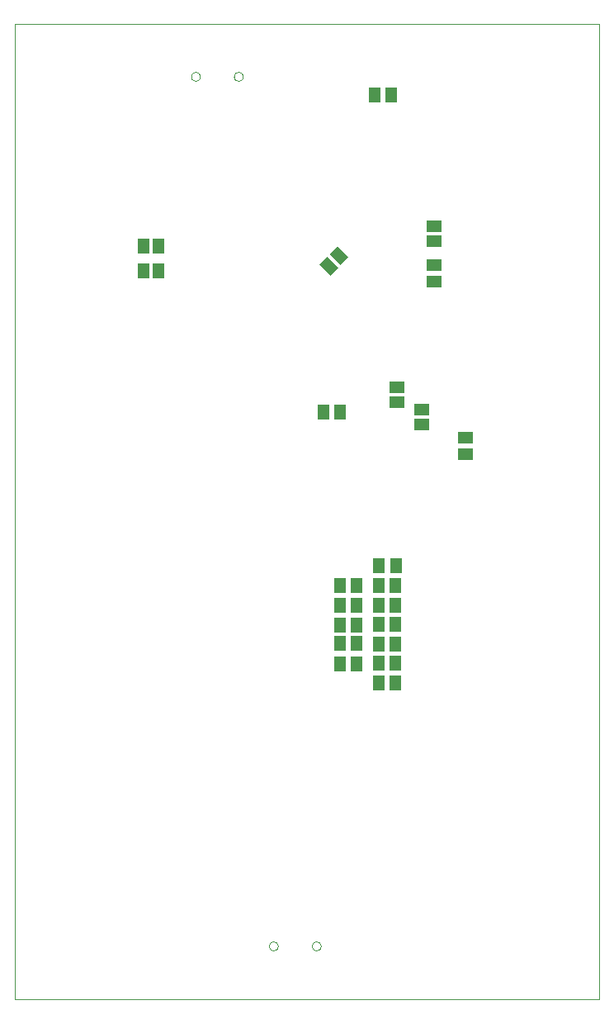
<source format=gbp>
G75*
%MOIN*%
%OFA0B0*%
%FSLAX24Y24*%
%IPPOS*%
%LPD*%
%AMOC8*
5,1,8,0,0,1.08239X$1,22.5*
%
%ADD10C,0.0000*%
%ADD11R,0.0512X0.0591*%
%ADD12R,0.0630X0.0460*%
%ADD13R,0.0591X0.0512*%
%ADD14R,0.0460X0.0630*%
D10*
X000692Y001990D02*
X000692Y041360D01*
X024314Y041360D01*
X024314Y001990D01*
X000692Y001990D01*
X010968Y004155D02*
X010970Y004181D01*
X010976Y004207D01*
X010986Y004232D01*
X010999Y004255D01*
X011015Y004275D01*
X011035Y004293D01*
X011057Y004308D01*
X011080Y004320D01*
X011106Y004328D01*
X011132Y004332D01*
X011158Y004332D01*
X011184Y004328D01*
X011210Y004320D01*
X011234Y004308D01*
X011255Y004293D01*
X011275Y004275D01*
X011291Y004255D01*
X011304Y004232D01*
X011314Y004207D01*
X011320Y004181D01*
X011322Y004155D01*
X011320Y004129D01*
X011314Y004103D01*
X011304Y004078D01*
X011291Y004055D01*
X011275Y004035D01*
X011255Y004017D01*
X011233Y004002D01*
X011210Y003990D01*
X011184Y003982D01*
X011158Y003978D01*
X011132Y003978D01*
X011106Y003982D01*
X011080Y003990D01*
X011056Y004002D01*
X011035Y004017D01*
X011015Y004035D01*
X010999Y004055D01*
X010986Y004078D01*
X010976Y004103D01*
X010970Y004129D01*
X010968Y004155D01*
X012700Y004155D02*
X012702Y004181D01*
X012708Y004207D01*
X012718Y004232D01*
X012731Y004255D01*
X012747Y004275D01*
X012767Y004293D01*
X012789Y004308D01*
X012812Y004320D01*
X012838Y004328D01*
X012864Y004332D01*
X012890Y004332D01*
X012916Y004328D01*
X012942Y004320D01*
X012966Y004308D01*
X012987Y004293D01*
X013007Y004275D01*
X013023Y004255D01*
X013036Y004232D01*
X013046Y004207D01*
X013052Y004181D01*
X013054Y004155D01*
X013052Y004129D01*
X013046Y004103D01*
X013036Y004078D01*
X013023Y004055D01*
X013007Y004035D01*
X012987Y004017D01*
X012965Y004002D01*
X012942Y003990D01*
X012916Y003982D01*
X012890Y003978D01*
X012864Y003978D01*
X012838Y003982D01*
X012812Y003990D01*
X012788Y004002D01*
X012767Y004017D01*
X012747Y004035D01*
X012731Y004055D01*
X012718Y004078D01*
X012708Y004103D01*
X012702Y004129D01*
X012700Y004155D01*
X009550Y039254D02*
X009552Y039280D01*
X009558Y039306D01*
X009568Y039331D01*
X009581Y039354D01*
X009597Y039374D01*
X009617Y039392D01*
X009639Y039407D01*
X009662Y039419D01*
X009688Y039427D01*
X009714Y039431D01*
X009740Y039431D01*
X009766Y039427D01*
X009792Y039419D01*
X009816Y039407D01*
X009837Y039392D01*
X009857Y039374D01*
X009873Y039354D01*
X009886Y039331D01*
X009896Y039306D01*
X009902Y039280D01*
X009904Y039254D01*
X009902Y039228D01*
X009896Y039202D01*
X009886Y039177D01*
X009873Y039154D01*
X009857Y039134D01*
X009837Y039116D01*
X009815Y039101D01*
X009792Y039089D01*
X009766Y039081D01*
X009740Y039077D01*
X009714Y039077D01*
X009688Y039081D01*
X009662Y039089D01*
X009638Y039101D01*
X009617Y039116D01*
X009597Y039134D01*
X009581Y039154D01*
X009568Y039177D01*
X009558Y039202D01*
X009552Y039228D01*
X009550Y039254D01*
X007818Y039254D02*
X007820Y039280D01*
X007826Y039306D01*
X007836Y039331D01*
X007849Y039354D01*
X007865Y039374D01*
X007885Y039392D01*
X007907Y039407D01*
X007930Y039419D01*
X007956Y039427D01*
X007982Y039431D01*
X008008Y039431D01*
X008034Y039427D01*
X008060Y039419D01*
X008084Y039407D01*
X008105Y039392D01*
X008125Y039374D01*
X008141Y039354D01*
X008154Y039331D01*
X008164Y039306D01*
X008170Y039280D01*
X008172Y039254D01*
X008170Y039228D01*
X008164Y039202D01*
X008154Y039177D01*
X008141Y039154D01*
X008125Y039134D01*
X008105Y039116D01*
X008083Y039101D01*
X008060Y039089D01*
X008034Y039081D01*
X008008Y039077D01*
X007982Y039077D01*
X007956Y039081D01*
X007930Y039089D01*
X007906Y039101D01*
X007885Y039116D01*
X007865Y039134D01*
X007849Y039154D01*
X007836Y039177D01*
X007826Y039202D01*
X007820Y039228D01*
X007818Y039254D01*
D11*
X015219Y038506D03*
X015889Y038506D03*
X013822Y025710D03*
X013152Y025710D03*
X015416Y019509D03*
X015397Y018706D03*
X015404Y017907D03*
X015408Y017128D03*
X015412Y016328D03*
X015393Y015557D03*
X015397Y014773D03*
X016066Y014773D03*
X016062Y015557D03*
X016082Y016328D03*
X016078Y017128D03*
X016074Y017907D03*
X016066Y018706D03*
X016086Y019509D03*
X014511Y018714D03*
X014499Y017919D03*
X014495Y017116D03*
X014499Y016356D03*
X014503Y015549D03*
X013834Y015549D03*
X013830Y016356D03*
X013826Y017116D03*
X013830Y017919D03*
X013841Y018714D03*
D12*
X017129Y025213D03*
X017129Y025813D03*
X016145Y026099D03*
X016145Y026699D03*
X017621Y032595D03*
X017621Y033195D03*
D13*
X017621Y031655D03*
X017621Y030986D03*
X018901Y024667D03*
X018901Y023998D03*
D14*
G36*
X013413Y032085D02*
X013738Y032410D01*
X014183Y031965D01*
X013858Y031640D01*
X013413Y032085D01*
G37*
G36*
X012988Y031660D02*
X013313Y031985D01*
X013758Y031540D01*
X013433Y031215D01*
X012988Y031660D01*
G37*
X006504Y031419D03*
X005904Y031419D03*
X005904Y032403D03*
X006504Y032403D03*
M02*

</source>
